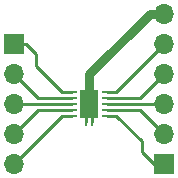
<source format=gbr>
%TF.GenerationSoftware,KiCad,Pcbnew,5.1.7-a382d34a8~87~ubuntu20.04.1*%
%TF.CreationDate,2020-11-06T18:30:14+02:00*%
%TF.ProjectId,BRK-VSON-10-1EP-3x3-P0.5-EP1.65x2.4,42524b2d-5653-44f4-9e2d-31302d314550,v1.0*%
%TF.SameCoordinates,Original*%
%TF.FileFunction,Copper,L1,Top*%
%TF.FilePolarity,Positive*%
%FSLAX46Y46*%
G04 Gerber Fmt 4.6, Leading zero omitted, Abs format (unit mm)*
G04 Created by KiCad (PCBNEW 5.1.7-a382d34a8~87~ubuntu20.04.1) date 2020-11-06 18:30:14*
%MOMM*%
%LPD*%
G01*
G04 APERTURE LIST*
%TA.AperFunction,ComponentPad*%
%ADD10O,1.700000X1.700000*%
%TD*%
%TA.AperFunction,ComponentPad*%
%ADD11R,1.700000X1.700000*%
%TD*%
%TA.AperFunction,SMDPad,CuDef*%
%ADD12R,0.280000X0.700000*%
%TD*%
%TA.AperFunction,SMDPad,CuDef*%
%ADD13R,1.650000X2.400000*%
%TD*%
%TA.AperFunction,SMDPad,CuDef*%
%ADD14R,0.850000X0.280000*%
%TD*%
%TA.AperFunction,ViaPad*%
%ADD15C,0.600000*%
%TD*%
%TA.AperFunction,Conductor*%
%ADD16C,0.250000*%
%TD*%
%TA.AperFunction,Conductor*%
%ADD17C,0.800000*%
%TD*%
G04 APERTURE END LIST*
D10*
%TO.P,J2,6*%
%TO.N,EP*%
X106350000Y-92380000D03*
%TO.P,J2,5*%
%TO.N,PIN10*%
X106350000Y-94920000D03*
%TO.P,J2,4*%
%TO.N,PIN9*%
X106350000Y-97460000D03*
%TO.P,J2,3*%
%TO.N,PIN8*%
X106350000Y-100000000D03*
%TO.P,J2,2*%
%TO.N,PIN7*%
X106350000Y-102540000D03*
D11*
%TO.P,J2,1*%
%TO.N,PIN6*%
X106350000Y-105080000D03*
%TD*%
D10*
%TO.P,J1,5*%
%TO.N,PIN5*%
X93650000Y-105080000D03*
%TO.P,J1,4*%
%TO.N,PIN4*%
X93650000Y-102540000D03*
%TO.P,J1,3*%
%TO.N,PIN3*%
X93650000Y-100000000D03*
%TO.P,J1,2*%
%TO.N,PIN2*%
X93650000Y-97460000D03*
D11*
%TO.P,J1,1*%
%TO.N,PIN1*%
X93650000Y-94920000D03*
%TD*%
D12*
%TO.P,U1,11*%
%TO.N,EP*%
X100250000Y-101550000D03*
X100250000Y-98450000D03*
X99750000Y-101550000D03*
X99750000Y-98450000D03*
D13*
X100000000Y-100000000D03*
D14*
%TO.P,U1,10*%
%TO.N,PIN10*%
X101475000Y-99000000D03*
%TO.P,U1,9*%
%TO.N,PIN9*%
X101475000Y-99500000D03*
%TO.P,U1,8*%
%TO.N,PIN8*%
X101475000Y-100000000D03*
%TO.P,U1,7*%
%TO.N,PIN7*%
X101475000Y-100500000D03*
%TO.P,U1,6*%
%TO.N,PIN6*%
X101475000Y-101000000D03*
%TO.P,U1,5*%
%TO.N,PIN5*%
X98525000Y-101000000D03*
%TO.P,U1,4*%
%TO.N,PIN4*%
X98525000Y-100500000D03*
%TO.P,U1,3*%
%TO.N,PIN3*%
X98525000Y-100000000D03*
%TO.P,U1,2*%
%TO.N,PIN2*%
X98525000Y-99500000D03*
%TO.P,U1,1*%
%TO.N,PIN1*%
X98525000Y-99000000D03*
%TD*%
D15*
%TO.N,EP*%
X100000000Y-100000000D03*
%TD*%
D16*
%TO.N,PIN1*%
X94620000Y-94920000D02*
X93650000Y-94920000D01*
X95500000Y-95800000D02*
X94620000Y-94920000D01*
X95500000Y-96800000D02*
X95500000Y-95800000D01*
X97700000Y-99000000D02*
X95500000Y-96800000D01*
X98525000Y-99000000D02*
X97700000Y-99000000D01*
%TO.N,PIN2*%
X95690000Y-99500000D02*
X93650000Y-97460000D01*
X98525000Y-99500000D02*
X95690000Y-99500000D01*
%TO.N,PIN3*%
X98525000Y-100000000D02*
X93650000Y-100000000D01*
%TO.N,PIN4*%
X95690000Y-100500000D02*
X93650000Y-102540000D01*
X98525000Y-100500000D02*
X95690000Y-100500000D01*
%TO.N,PIN5*%
X97730000Y-101000000D02*
X93650000Y-105080000D01*
X98525000Y-101000000D02*
X97730000Y-101000000D01*
%TO.N,PIN6*%
X105480000Y-105080000D02*
X106350000Y-105080000D01*
X104500000Y-104100000D02*
X105480000Y-105080000D01*
X104500000Y-103200000D02*
X104500000Y-104100000D01*
X102300000Y-101000000D02*
X104500000Y-103200000D01*
X101475000Y-101000000D02*
X102300000Y-101000000D01*
%TO.N,PIN7*%
X104310000Y-100500000D02*
X106350000Y-102540000D01*
X101475000Y-100500000D02*
X104310000Y-100500000D01*
%TO.N,PIN8*%
X101475000Y-100000000D02*
X106350000Y-100000000D01*
%TO.N,PIN9*%
X104310000Y-99500000D02*
X106350000Y-97460000D01*
X101475000Y-99500000D02*
X104310000Y-99500000D01*
%TO.N,PIN10*%
X102270000Y-99000000D02*
X106350000Y-94920000D01*
X101475000Y-99000000D02*
X102270000Y-99000000D01*
D17*
%TO.N,EP*%
X100000000Y-100000000D02*
X100000000Y-97500000D01*
X100000000Y-97500000D02*
X105120000Y-92380000D01*
X105120000Y-92380000D02*
X106350000Y-92380000D01*
D16*
X99750000Y-100250000D02*
X100000000Y-100000000D01*
X99750000Y-101550000D02*
X99750000Y-100250000D01*
X100250000Y-100250000D02*
X100000000Y-100000000D01*
X100250000Y-101550000D02*
X100250000Y-100250000D01*
%TD*%
M02*

</source>
